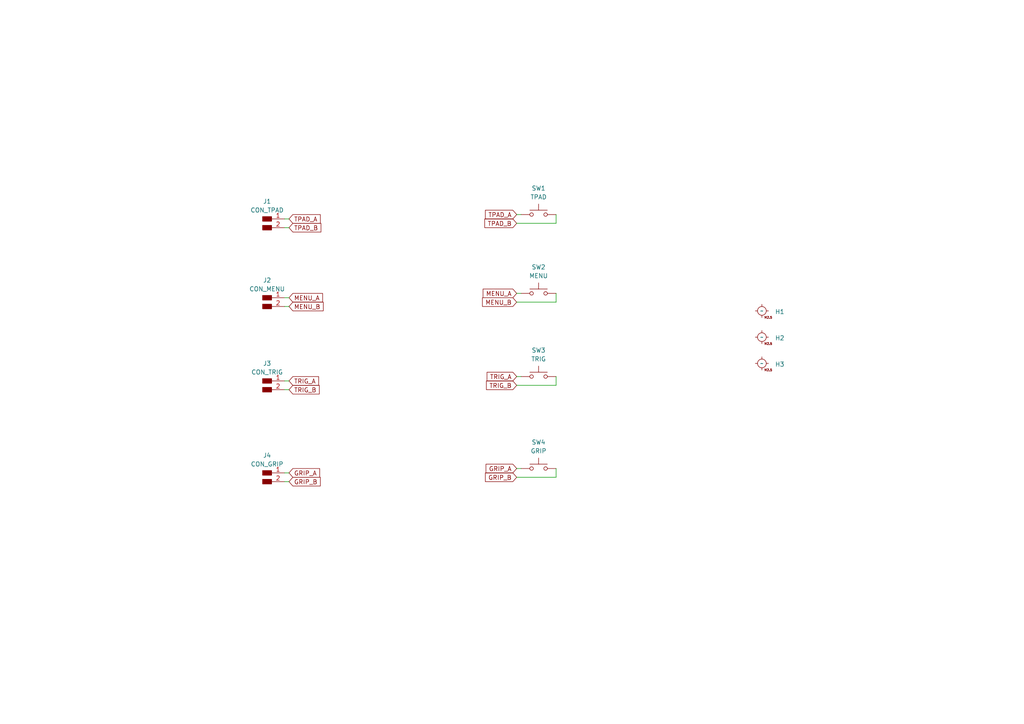
<source format=kicad_sch>
(kicad_sch (version 20230121) (generator eeschema)
  (paper "A4")
  (lib_symbols
    (symbol "fab:Conn_PinHeader_1x02_P2.54mm_Horizontal_SMD" (pin_names hide)
      (property "Reference" "J" (at 0 2.54 0))
      (property "Value" "Conn_PinHeader_1x02_P2.54mm_Horizontal_SMD" (at 0 -5.08 0))
      (symbol "Conn_PinHeader_1x02_P2.54mm_Horizontal_SMD_1_1"
        (rectangle (start -1.27 -1.905) (end 1.27 -3.175) (stroke (width 0.254)) (fill (type outline)))
        (rectangle (start -1.27 0.635) (end 1.27 -0.635) (stroke (width 0.254)) (fill (type outline)))
        (pin passive line (at 5.08 0 180) (length 3.81) (name "Pin_1") (number "1"))
        (pin passive line (at 5.08 -2.54 180) (length 3.81) (name "Pin_2") (number "2"))
      )
    )
    (symbol "fab:MountingHole_M2.5" (pin_numbers hide) (pin_names (offset 0))
      (property "Reference" "H" (at 0 0 0))
      (symbol "MountingHole_M2.5_0_1"
        (polyline (pts (xy -1.27 0) (xy -1.905 0)))
        (polyline (pts (xy 0 -1.27) (xy 0 -1.905)))
        (polyline (pts (xy 0 1.27) (xy 0 1.905)))
        (polyline (pts (xy 1.27 0) (xy 1.905 0)))
        (circle (center 0 0) (radius 1.27))
      )
      (symbol "MountingHole_M2.5_1_1"
        (text "M2.5" (at 0.635 -1.905 0) (effects (font (size 0.635 0.635)) (justify left)))
      )
    )
    (symbol "fab:Switch_Tactile_Omron" (pin_numbers hide) (pin_names (offset 1.016) hide)
      (property "Reference" "SW" (at 1.27 2.54 0))
      (property "Value" "Switch_Tactile_Omron" (at 0 -1.524 0))
      (symbol "Switch_Tactile_Omron_0_1"
        (circle (center -2.032 0) (radius 0.508))
        (polyline (pts (xy 0 1.27) (xy 0 3.048)))
        (polyline (pts (xy 2.54 1.27) (xy -2.54 1.27)))
        (circle (center 2.032 0) (radius 0.508))
        (pin passive line (at -5.08 0 0) (length 2.54) (name "1") (number "1"))
        (pin passive line (at 5.08 0 180) (length 2.54) (name "2") (number "2"))
      )
    )
  )
  (wire (pts (xy 82.55 86.36) (xy 83.82 86.36)))
  (wire (pts (xy 149.86 62.23) (xy 151.13 62.23)))
  (wire (pts (xy 82.55 66.04) (xy 83.82 66.04)))
  (wire (pts (xy 149.86 138.43) (xy 161.29 138.43)))
  (wire (pts (xy 149.86 111.76) (xy 161.29 111.76)))
  (wire (pts (xy 149.86 135.89) (xy 151.13 135.89)))
  (wire (pts (xy 149.86 87.63) (xy 161.29 87.63)))
  (wire (pts (xy 149.86 85.09) (xy 151.13 85.09)))
  (wire (pts (xy 82.55 139.7) (xy 83.82 139.7)))
  (wire (pts (xy 82.55 88.9) (xy 83.82 88.9)))
  (wire (pts (xy 161.29 62.23) (xy 161.29 64.77)))
  (wire (pts (xy 82.55 137.16) (xy 83.82 137.16)))
  (wire (pts (xy 161.29 109.22) (xy 161.29 111.76)))
  (wire (pts (xy 149.86 109.22) (xy 151.13 109.22)))
  (wire (pts (xy 149.86 64.77) (xy 161.29 64.77)))
  (wire (pts (xy 82.55 63.5) (xy 83.82 63.5)))
  (wire (pts (xy 161.29 85.09) (xy 161.29 87.63)))
  (wire (pts (xy 82.55 110.49) (xy 83.82 110.49)))
  (wire (pts (xy 161.29 135.89) (xy 161.29 138.43)))
  (wire (pts (xy 82.55 113.03) (xy 83.82 113.03)))
  (global_label "TPAD_A" (shape input) (at 149.86 62.23 180) (property "Intersheetrefs" "${INTERSHEET_REFS}" (effects hide)))
  (global_label "MENU_B" (shape input) (at 83.82 88.9 0) (property "Intersheetrefs" "${INTERSHEET_REFS}" (effects hide)))
  (global_label "MENU_A" (shape input) (at 149.86 85.09 180) (property "Intersheetrefs" "${INTERSHEET_REFS}" (effects hide)))
  (global_label "TRIG_A" (shape input) (at 149.86 109.22 180) (property "Intersheetrefs" "${INTERSHEET_REFS}" (effects hide)))
  (global_label "TRIG_B" (shape input) (at 149.86 111.76 180) (property "Intersheetrefs" "${INTERSHEET_REFS}" (effects hide)))
  (global_label "GRIP_B" (shape input) (at 83.82 139.7 0) (property "Intersheetrefs" "${INTERSHEET_REFS}" (effects hide)))
  (global_label "TPAD_A" (shape input) (at 83.82 63.5 0) (property "Intersheetrefs" "${INTERSHEET_REFS}" (effects hide)))
  (global_label "GRIP_B" (shape input) (at 149.86 138.43 180) (property "Intersheetrefs" "${INTERSHEET_REFS}" (effects hide)))
  (global_label "TPAD_B" (shape input) (at 83.82 66.04 0) (property "Intersheetrefs" "${INTERSHEET_REFS}" (effects hide)))
  (global_label "GRIP_A" (shape input) (at 149.86 135.89 180) (property "Intersheetrefs" "${INTERSHEET_REFS}" (effects hide)))
  (global_label "MENU_B" (shape input) (at 149.86 87.63 180) (property "Intersheetrefs" "${INTERSHEET_REFS}" (effects hide)))
  (global_label "TRIG_B" (shape input) (at 83.82 113.03 0) (property "Intersheetrefs" "${INTERSHEET_REFS}" (effects hide)))
  (global_label "MENU_A" (shape input) (at 83.82 86.36 0) (property "Intersheetrefs" "${INTERSHEET_REFS}" (effects hide)))
  (global_label "TRIG_A" (shape input) (at 83.82 110.49 0) (property "Intersheetrefs" "${INTERSHEET_REFS}" (effects hide)))
  (global_label "TPAD_B" (shape input) (at 149.86 64.77 180) (property "Intersheetrefs" "${INTERSHEET_REFS}" (effects hide)))
  (global_label "GRIP_A" (shape input) (at 83.82 137.16 0) (property "Intersheetrefs" "${INTERSHEET_REFS}" (effects hide)))
  (symbol (lib_id "fab:MountingHole_M2.5") (at 220.98 90.17 0) (unit 1)
    (property "Reference" "H1" (at 224.79 90.4254 0) (effects (justify left)))
    (property "Value" "~" (at 220.98 90.17 0))
    (property "Footprint" "fab:MountingHole_M2.5" (effects hide))
  )
  (symbol (lib_id "fab:Conn_PinHeader_1x02_P2.54mm_Horizontal_SMD") (at 77.47 63.5 0) (unit 1)
    (property "Reference" "J1" (at 77.47 58.42 0))
    (property "Value" "CON_TPAD" (at 77.47 60.96 0))
    (property "Footprint" "fab:PinHeader_1x02_P2.54mm_Horizontal_SMD" (effects hide))
  )
  (symbol (lib_id "fab:Switch_Tactile_Omron") (at 156.21 135.89 0) (unit 1)
    (property "Reference" "SW4" (at 156.21 128.27 0))
    (property "Value" "GRIP" (at 156.21 130.81 0))
    (property "Footprint" "fab:Button_Omron_B3SN_6.0x6.0mm" (effects hide))
    (property "Datasheet" "https://omronfs.omron.com/en_US/ecb/products/pdf/en-b3sn.pdf" (effects hide))
  )
  (symbol (lib_id "fab:MountingHole_M2.5") (at 220.98 105.41 0) (unit 1)
    (property "Reference" "H3" (at 224.79 105.6654 0) (effects (justify left)))
    (property "Value" "~" (at 220.98 105.41 0))
    (property "Footprint" "fab:MountingHole_M2.5" (effects hide))
  )
  (symbol (lib_id "fab:Switch_Tactile_Omron") (at 156.21 62.23 0) (unit 1)
    (property "Reference" "SW1" (at 156.21 54.61 0))
    (property "Value" "TPAD" (at 156.21 57.15 0))
    (property "Footprint" "fab:Button_Omron_B3SN_6.0x6.0mm" (effects hide))
    (property "Datasheet" "https://omronfs.omron.com/en_US/ecb/products/pdf/en-b3sn.pdf" (effects hide))
  )
  (symbol (lib_id "fab:Switch_Tactile_Omron") (at 156.21 85.09 0) (unit 1)
    (property "Reference" "SW2" (at 156.21 77.47 0))
    (property "Value" "MENU" (at 156.21 80.01 0))
    (property "Footprint" "fab:Button_Omron_B3SN_6.0x6.0mm" (effects hide))
    (property "Datasheet" "https://omronfs.omron.com/en_US/ecb/products/pdf/en-b3sn.pdf" (effects hide))
  )
  (symbol (lib_id "fab:Conn_PinHeader_1x02_P2.54mm_Horizontal_SMD") (at 77.47 110.49 0) (unit 1)
    (property "Reference" "J3" (at 77.47 105.41 0))
    (property "Value" "CON_TRIG" (at 77.47 107.95 0))
    (property "Footprint" "fab:PinHeader_1x02_P2.54mm_Horizontal_SMD" (effects hide))
  )
  (symbol (lib_id "fab:Conn_PinHeader_1x02_P2.54mm_Horizontal_SMD") (at 77.47 86.36 0) (unit 1)
    (property "Reference" "J2" (at 77.47 81.28 0))
    (property "Value" "CON_MENU" (at 77.47 83.82 0))
    (property "Footprint" "fab:PinHeader_1x02_P2.54mm_Horizontal_SMD" (effects hide))
  )
  (symbol (lib_id "fab:Conn_PinHeader_1x02_P2.54mm_Horizontal_SMD") (at 77.47 137.16 0) (unit 1)
    (property "Reference" "J4" (at 77.47 132.08 0))
    (property "Value" "CON_GRIP" (at 77.47 134.62 0))
    (property "Footprint" "fab:PinHeader_1x02_P2.54mm_Horizontal_SMD" (effects hide))
  )
  (symbol (lib_id "fab:Switch_Tactile_Omron") (at 156.21 109.22 0) (unit 1)
    (property "Reference" "SW3" (at 156.21 101.6 0))
    (property "Value" "TRIG" (at 156.21 104.14 0))
    (property "Footprint" "fab:Button_Omron_B3SN_6.0x6.0mm" (effects hide))
    (property "Datasheet" "https://omronfs.omron.com/en_US/ecb/products/pdf/en-b3sn.pdf" (effects hide))
  )
  (symbol (lib_id "fab:MountingHole_M2.5") (at 220.98 97.79 0) (unit 1)
    (property "Reference" "H2" (at 224.79 98.0454 0) (effects (justify left)))
    (property "Value" "~" (at 220.98 97.79 0))
    (property "Footprint" "fab:MountingHole_M2.5" (effects hide))
  )
)
</source>
